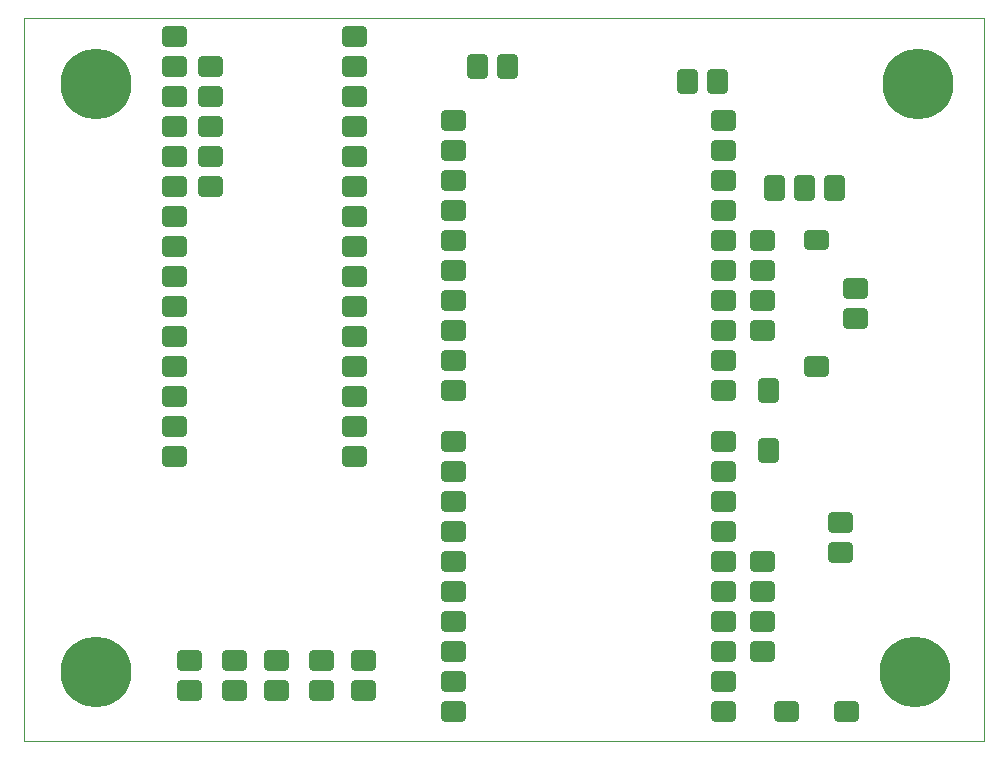
<source format=gbr>
G04 Generated by Ultiboard 14.2 *
%FSLAX25Y25*%
%MOIN*%

%ADD10C,0.00001*%
%ADD11C,0.00004*%
%ADD12R,0.05512X0.03937*%
%ADD13C,0.03150*%
%ADD14R,0.03937X0.05512*%
%ADD15C,0.23622*%


G04 ColorRGB 9900CC for the following layer *
%LNSolder Mask Bottom*%
%LPD*%
G54D10*
G54D11*
X998Y0D02*
X321000Y0D01*
X321000Y241000D01*
X998Y241000D01*
X998Y0D01*
G54D12*
X144000Y117000D03*
X234000Y117000D03*
X144000Y127000D03*
X234000Y127000D03*
X144000Y137000D03*
X234000Y137000D03*
X144000Y147000D03*
X234000Y147000D03*
X144000Y157000D03*
X234000Y157000D03*
X144000Y167000D03*
X234000Y167000D03*
X144000Y177000D03*
X234000Y177000D03*
X144000Y187000D03*
X234000Y187000D03*
X144000Y197000D03*
X234000Y197000D03*
X144000Y207000D03*
X234000Y207000D03*
X51000Y95000D03*
X111000Y95000D03*
X51000Y105000D03*
X111000Y105000D03*
X51000Y115000D03*
X111000Y115000D03*
X51000Y125000D03*
X111000Y125000D03*
X51000Y135000D03*
X111000Y135000D03*
X51000Y145000D03*
X111000Y145000D03*
X51000Y155000D03*
X111000Y155000D03*
X51000Y165000D03*
X111000Y165000D03*
X51000Y175000D03*
X111000Y175000D03*
X51000Y185000D03*
X111000Y185000D03*
X51000Y195000D03*
X111000Y195000D03*
X51000Y205000D03*
X111000Y205000D03*
X51000Y215000D03*
X111000Y215000D03*
X51000Y225000D03*
X111000Y225000D03*
X51000Y235000D03*
X111000Y235000D03*
X144000Y50000D03*
X144000Y60000D03*
X144000Y70000D03*
X144000Y80000D03*
X144000Y90000D03*
X144000Y100000D03*
X234000Y70000D03*
X234000Y80000D03*
X234000Y90000D03*
X234000Y100000D03*
X234000Y10000D03*
X234000Y20000D03*
X234000Y60000D03*
X234000Y50000D03*
X234000Y40000D03*
X234000Y30000D03*
X144000Y40000D03*
X144000Y30000D03*
X144000Y20000D03*
X144000Y10000D03*
X71000Y27000D03*
X71000Y17000D03*
X85000Y27000D03*
X85000Y17000D03*
X100000Y27000D03*
X100000Y17000D03*
X114000Y27000D03*
X114000Y17000D03*
X63000Y185000D03*
X63000Y195000D03*
X63000Y205000D03*
X63000Y215000D03*
X63000Y225000D03*
X273000Y63000D03*
X273000Y73000D03*
X247000Y40000D03*
X247000Y50000D03*
X247000Y60000D03*
X247000Y30000D03*
X255000Y10000D03*
X275000Y10000D03*
X247000Y137000D03*
X247000Y147000D03*
X247000Y157000D03*
X247000Y167000D03*
X265000Y125000D03*
X265000Y167126D03*
X56000Y27000D03*
X56000Y17000D03*
X278000Y141000D03*
X278000Y151000D03*
G54D13*
X141244Y115032D02*
X146756Y115032D01*
X146756Y118968D01*
X141244Y118968D01*
X141244Y115032D01*D02*
X231244Y115032D02*
X236756Y115032D01*
X236756Y118968D01*
X231244Y118968D01*
X231244Y115032D01*D02*
X141244Y125032D02*
X146756Y125032D01*
X146756Y128968D01*
X141244Y128968D01*
X141244Y125032D01*D02*
X231244Y125032D02*
X236756Y125032D01*
X236756Y128968D01*
X231244Y128968D01*
X231244Y125032D01*D02*
X141244Y135032D02*
X146756Y135032D01*
X146756Y138968D01*
X141244Y138968D01*
X141244Y135032D01*D02*
X231244Y135032D02*
X236756Y135032D01*
X236756Y138968D01*
X231244Y138968D01*
X231244Y135032D01*D02*
X141244Y145032D02*
X146756Y145032D01*
X146756Y148968D01*
X141244Y148968D01*
X141244Y145032D01*D02*
X231244Y145032D02*
X236756Y145032D01*
X236756Y148968D01*
X231244Y148968D01*
X231244Y145032D01*D02*
X141244Y155032D02*
X146756Y155032D01*
X146756Y158968D01*
X141244Y158968D01*
X141244Y155032D01*D02*
X231244Y155032D02*
X236756Y155032D01*
X236756Y158968D01*
X231244Y158968D01*
X231244Y155032D01*D02*
X141244Y165032D02*
X146756Y165032D01*
X146756Y168968D01*
X141244Y168968D01*
X141244Y165032D01*D02*
X231244Y165032D02*
X236756Y165032D01*
X236756Y168968D01*
X231244Y168968D01*
X231244Y165032D01*D02*
X141244Y175032D02*
X146756Y175032D01*
X146756Y178968D01*
X141244Y178968D01*
X141244Y175032D01*D02*
X231244Y175032D02*
X236756Y175032D01*
X236756Y178968D01*
X231244Y178968D01*
X231244Y175032D01*D02*
X141244Y185032D02*
X146756Y185032D01*
X146756Y188968D01*
X141244Y188968D01*
X141244Y185032D01*D02*
X231244Y185032D02*
X236756Y185032D01*
X236756Y188968D01*
X231244Y188968D01*
X231244Y185032D01*D02*
X141244Y195032D02*
X146756Y195032D01*
X146756Y198968D01*
X141244Y198968D01*
X141244Y195032D01*D02*
X231244Y195032D02*
X236756Y195032D01*
X236756Y198968D01*
X231244Y198968D01*
X231244Y195032D01*D02*
X141244Y205032D02*
X146756Y205032D01*
X146756Y208968D01*
X141244Y208968D01*
X141244Y205032D01*D02*
X231244Y205032D02*
X236756Y205032D01*
X236756Y208968D01*
X231244Y208968D01*
X231244Y205032D01*D02*
X48244Y93032D02*
X53756Y93032D01*
X53756Y96968D01*
X48244Y96968D01*
X48244Y93032D01*D02*
X108244Y93032D02*
X113756Y93032D01*
X113756Y96968D01*
X108244Y96968D01*
X108244Y93032D01*D02*
X48244Y103032D02*
X53756Y103032D01*
X53756Y106968D01*
X48244Y106968D01*
X48244Y103032D01*D02*
X108244Y103032D02*
X113756Y103032D01*
X113756Y106968D01*
X108244Y106968D01*
X108244Y103032D01*D02*
X48244Y113032D02*
X53756Y113032D01*
X53756Y116968D01*
X48244Y116968D01*
X48244Y113032D01*D02*
X108244Y113032D02*
X113756Y113032D01*
X113756Y116968D01*
X108244Y116968D01*
X108244Y113032D01*D02*
X48244Y123032D02*
X53756Y123032D01*
X53756Y126968D01*
X48244Y126968D01*
X48244Y123032D01*D02*
X108244Y123032D02*
X113756Y123032D01*
X113756Y126968D01*
X108244Y126968D01*
X108244Y123032D01*D02*
X48244Y133032D02*
X53756Y133032D01*
X53756Y136968D01*
X48244Y136968D01*
X48244Y133032D01*D02*
X108244Y133032D02*
X113756Y133032D01*
X113756Y136968D01*
X108244Y136968D01*
X108244Y133032D01*D02*
X48244Y143032D02*
X53756Y143032D01*
X53756Y146968D01*
X48244Y146968D01*
X48244Y143032D01*D02*
X108244Y143032D02*
X113756Y143032D01*
X113756Y146968D01*
X108244Y146968D01*
X108244Y143032D01*D02*
X48244Y153032D02*
X53756Y153032D01*
X53756Y156968D01*
X48244Y156968D01*
X48244Y153032D01*D02*
X108244Y153032D02*
X113756Y153032D01*
X113756Y156968D01*
X108244Y156968D01*
X108244Y153032D01*D02*
X48244Y163032D02*
X53756Y163032D01*
X53756Y166968D01*
X48244Y166968D01*
X48244Y163032D01*D02*
X108244Y163032D02*
X113756Y163032D01*
X113756Y166968D01*
X108244Y166968D01*
X108244Y163032D01*D02*
X48244Y173032D02*
X53756Y173032D01*
X53756Y176968D01*
X48244Y176968D01*
X48244Y173032D01*D02*
X108244Y173032D02*
X113756Y173032D01*
X113756Y176968D01*
X108244Y176968D01*
X108244Y173032D01*D02*
X48244Y183032D02*
X53756Y183032D01*
X53756Y186968D01*
X48244Y186968D01*
X48244Y183032D01*D02*
X108244Y183032D02*
X113756Y183032D01*
X113756Y186968D01*
X108244Y186968D01*
X108244Y183032D01*D02*
X48244Y193032D02*
X53756Y193032D01*
X53756Y196968D01*
X48244Y196968D01*
X48244Y193032D01*D02*
X108244Y193032D02*
X113756Y193032D01*
X113756Y196968D01*
X108244Y196968D01*
X108244Y193032D01*D02*
X48244Y203032D02*
X53756Y203032D01*
X53756Y206968D01*
X48244Y206968D01*
X48244Y203032D01*D02*
X108244Y203032D02*
X113756Y203032D01*
X113756Y206968D01*
X108244Y206968D01*
X108244Y203032D01*D02*
X48244Y213032D02*
X53756Y213032D01*
X53756Y216968D01*
X48244Y216968D01*
X48244Y213032D01*D02*
X108244Y213032D02*
X113756Y213032D01*
X113756Y216968D01*
X108244Y216968D01*
X108244Y213032D01*D02*
X48244Y223032D02*
X53756Y223032D01*
X53756Y226968D01*
X48244Y226968D01*
X48244Y223032D01*D02*
X108244Y223032D02*
X113756Y223032D01*
X113756Y226968D01*
X108244Y226968D01*
X108244Y223032D01*D02*
X48244Y233032D02*
X53756Y233032D01*
X53756Y236968D01*
X48244Y236968D01*
X48244Y233032D01*D02*
X108244Y233032D02*
X113756Y233032D01*
X113756Y236968D01*
X108244Y236968D01*
X108244Y233032D01*D02*
X141244Y48032D02*
X146756Y48032D01*
X146756Y51968D01*
X141244Y51968D01*
X141244Y48032D01*D02*
X141244Y58032D02*
X146756Y58032D01*
X146756Y61968D01*
X141244Y61968D01*
X141244Y58032D01*D02*
X141244Y68032D02*
X146756Y68032D01*
X146756Y71968D01*
X141244Y71968D01*
X141244Y68032D01*D02*
X141244Y78032D02*
X146756Y78032D01*
X146756Y81968D01*
X141244Y81968D01*
X141244Y78032D01*D02*
X141244Y88032D02*
X146756Y88032D01*
X146756Y91968D01*
X141244Y91968D01*
X141244Y88032D01*D02*
X141244Y98032D02*
X146756Y98032D01*
X146756Y101968D01*
X141244Y101968D01*
X141244Y98032D01*D02*
X231244Y68032D02*
X236756Y68032D01*
X236756Y71968D01*
X231244Y71968D01*
X231244Y68032D01*D02*
X231244Y78032D02*
X236756Y78032D01*
X236756Y81968D01*
X231244Y81968D01*
X231244Y78032D01*D02*
X231244Y88032D02*
X236756Y88032D01*
X236756Y91968D01*
X231244Y91968D01*
X231244Y88032D01*D02*
X231244Y98032D02*
X236756Y98032D01*
X236756Y101968D01*
X231244Y101968D01*
X231244Y98032D01*D02*
X231244Y8032D02*
X236756Y8032D01*
X236756Y11968D01*
X231244Y11968D01*
X231244Y8032D01*D02*
X231244Y18032D02*
X236756Y18032D01*
X236756Y21968D01*
X231244Y21968D01*
X231244Y18032D01*D02*
X231244Y58032D02*
X236756Y58032D01*
X236756Y61968D01*
X231244Y61968D01*
X231244Y58032D01*D02*
X231244Y48032D02*
X236756Y48032D01*
X236756Y51968D01*
X231244Y51968D01*
X231244Y48032D01*D02*
X231244Y38032D02*
X236756Y38032D01*
X236756Y41968D01*
X231244Y41968D01*
X231244Y38032D01*D02*
X231244Y28032D02*
X236756Y28032D01*
X236756Y31968D01*
X231244Y31968D01*
X231244Y28032D01*D02*
X141244Y38032D02*
X146756Y38032D01*
X146756Y41968D01*
X141244Y41968D01*
X141244Y38032D01*D02*
X141244Y28032D02*
X146756Y28032D01*
X146756Y31968D01*
X141244Y31968D01*
X141244Y28032D01*D02*
X141244Y18032D02*
X146756Y18032D01*
X146756Y21968D01*
X141244Y21968D01*
X141244Y18032D01*D02*
X141244Y8032D02*
X146756Y8032D01*
X146756Y11968D01*
X141244Y11968D01*
X141244Y8032D01*D02*
X160032Y222244D02*
X163968Y222244D01*
X163968Y227756D01*
X160032Y227756D01*
X160032Y222244D01*D02*
X150032Y222244D02*
X153968Y222244D01*
X153968Y227756D01*
X150032Y227756D01*
X150032Y222244D01*D02*
X68244Y25032D02*
X73756Y25032D01*
X73756Y28968D01*
X68244Y28968D01*
X68244Y25032D01*D02*
X68244Y15032D02*
X73756Y15032D01*
X73756Y18968D01*
X68244Y18968D01*
X68244Y15032D01*D02*
X82244Y25032D02*
X87756Y25032D01*
X87756Y28968D01*
X82244Y28968D01*
X82244Y25032D01*D02*
X82244Y15032D02*
X87756Y15032D01*
X87756Y18968D01*
X82244Y18968D01*
X82244Y15032D01*D02*
X97244Y25032D02*
X102756Y25032D01*
X102756Y28968D01*
X97244Y28968D01*
X97244Y25032D01*D02*
X97244Y15032D02*
X102756Y15032D01*
X102756Y18968D01*
X97244Y18968D01*
X97244Y15032D01*D02*
X111244Y25032D02*
X116756Y25032D01*
X116756Y28968D01*
X111244Y28968D01*
X111244Y25032D01*D02*
X111244Y15032D02*
X116756Y15032D01*
X116756Y18968D01*
X111244Y18968D01*
X111244Y15032D01*D02*
X60244Y183032D02*
X65756Y183032D01*
X65756Y186968D01*
X60244Y186968D01*
X60244Y183032D01*D02*
X60244Y193032D02*
X65756Y193032D01*
X65756Y196968D01*
X60244Y196968D01*
X60244Y193032D01*D02*
X60244Y203032D02*
X65756Y203032D01*
X65756Y206968D01*
X60244Y206968D01*
X60244Y203032D01*D02*
X60244Y213032D02*
X65756Y213032D01*
X65756Y216968D01*
X60244Y216968D01*
X60244Y213032D01*D02*
X60244Y223032D02*
X65756Y223032D01*
X65756Y226968D01*
X60244Y226968D01*
X60244Y223032D01*D02*
X230032Y217244D02*
X233968Y217244D01*
X233968Y222756D01*
X230032Y222756D01*
X230032Y217244D01*D02*
X220032Y217244D02*
X223968Y217244D01*
X223968Y222756D01*
X220032Y222756D01*
X220032Y217244D01*D02*
X270244Y61032D02*
X275756Y61032D01*
X275756Y64968D01*
X270244Y64968D01*
X270244Y61032D01*D02*
X270244Y71032D02*
X275756Y71032D01*
X275756Y74968D01*
X270244Y74968D01*
X270244Y71032D01*D02*
X244244Y38032D02*
X249756Y38032D01*
X249756Y41968D01*
X244244Y41968D01*
X244244Y38032D01*D02*
X244244Y48032D02*
X249756Y48032D01*
X249756Y51968D01*
X244244Y51968D01*
X244244Y48032D01*D02*
X244244Y58032D02*
X249756Y58032D01*
X249756Y61968D01*
X244244Y61968D01*
X244244Y58032D01*D02*
X244244Y28032D02*
X249756Y28032D01*
X249756Y31968D01*
X244244Y31968D01*
X244244Y28032D01*D02*
X252244Y8032D02*
X257756Y8032D01*
X257756Y11968D01*
X252244Y11968D01*
X252244Y8032D01*D02*
X272244Y8032D02*
X277756Y8032D01*
X277756Y11968D01*
X272244Y11968D01*
X272244Y8032D01*D02*
X247032Y94244D02*
X250968Y94244D01*
X250968Y99756D01*
X247032Y99756D01*
X247032Y94244D01*D02*
X247032Y114244D02*
X250968Y114244D01*
X250968Y119756D01*
X247032Y119756D01*
X247032Y114244D01*D02*
X244244Y135032D02*
X249756Y135032D01*
X249756Y138968D01*
X244244Y138968D01*
X244244Y135032D01*D02*
X244244Y145032D02*
X249756Y145032D01*
X249756Y148968D01*
X244244Y148968D01*
X244244Y145032D01*D02*
X244244Y155032D02*
X249756Y155032D01*
X249756Y158968D01*
X244244Y158968D01*
X244244Y155032D01*D02*
X244244Y165032D02*
X249756Y165032D01*
X249756Y168968D01*
X244244Y168968D01*
X244244Y165032D01*D02*
X262244Y123032D02*
X267756Y123032D01*
X267756Y126968D01*
X262244Y126968D01*
X262244Y123032D01*D02*
X262244Y165158D02*
X267756Y165158D01*
X267756Y169094D01*
X262244Y169094D01*
X262244Y165158D01*D02*
X53244Y25032D02*
X58756Y25032D01*
X58756Y28968D01*
X53244Y28968D01*
X53244Y25032D01*D02*
X53244Y15032D02*
X58756Y15032D01*
X58756Y18968D01*
X53244Y18968D01*
X53244Y15032D01*D02*
X258914Y181788D02*
X262850Y181788D01*
X262850Y187300D01*
X258914Y187300D01*
X258914Y181788D01*D02*
X268914Y181788D02*
X272850Y181788D01*
X272850Y187300D01*
X268914Y187300D01*
X268914Y181788D01*D02*
X248914Y181788D02*
X252850Y181788D01*
X252850Y187300D01*
X248914Y187300D01*
X248914Y181788D01*D02*
X275244Y139032D02*
X280756Y139032D01*
X280756Y142968D01*
X275244Y142968D01*
X275244Y139032D01*D02*
X275244Y149032D02*
X280756Y149032D01*
X280756Y152968D01*
X275244Y152968D01*
X275244Y149032D01*D02*
G54D14*
X162000Y225000D03*
X152000Y225000D03*
X232000Y220000D03*
X222000Y220000D03*
X249000Y97000D03*
X249000Y117000D03*
X260882Y184544D03*
X270882Y184544D03*
X250882Y184544D03*
G54D15*
X25000Y219000D03*
X25000Y23000D03*
X299000Y219000D03*
X298000Y23000D03*

M02*

</source>
